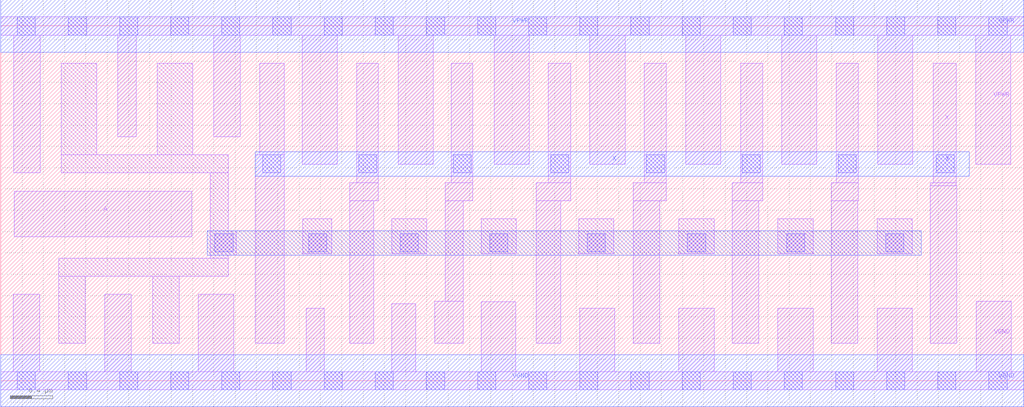
<source format=lef>
# Copyright 2020 The SkyWater PDK Authors
#
# Licensed under the Apache License, Version 2.0 (the "License");
# you may not use this file except in compliance with the License.
# You may obtain a copy of the License at
#
#     https://www.apache.org/licenses/LICENSE-2.0
#
# Unless required by applicable law or agreed to in writing, software
# distributed under the License is distributed on an "AS IS" BASIS,
# WITHOUT WARRANTIES OR CONDITIONS OF ANY KIND, either express or implied.
# See the License for the specific language governing permissions and
# limitations under the License.
#
# SPDX-License-Identifier: Apache-2.0

VERSION 5.7 ;
  NAMESCASESENSITIVE ON ;
  NOWIREEXTENSIONATPIN ON ;
  DIVIDERCHAR "/" ;
  BUSBITCHARS "[]" ;
UNITS
  DATABASE MICRONS 200 ;
END UNITS
MACRO sky130_fd_sc_ms__clkbuf_16
  CLASS CORE ;
  SOURCE USER ;
  FOREIGN sky130_fd_sc_ms__clkbuf_16 ;
  ORIGIN  0.000000  0.000000 ;
  SIZE  9.600000 BY  3.330000 ;
  SYMMETRY X Y ;
  SITE unit ;
  PIN A
    ANTENNAGATEAREA  1.058400 ;
    DIRECTION INPUT ;
    USE SIGNAL ;
    PORT
      LAYER li1 ;
        RECT 0.125000 1.350000 1.795000 1.780000 ;
    END
  END A
  PIN X
    ANTENNADIFFAREA  3.360000 ;
    DIRECTION OUTPUT ;
    USE SIGNAL ;
    PORT
      LAYER li1 ;
        RECT 2.390000 0.350000 2.660000 2.120000 ;
        RECT 2.430000 2.120000 2.660000 2.980000 ;
        RECT 3.275000 0.350000 3.500000 1.690000 ;
        RECT 3.275000 1.690000 3.545000 1.860000 ;
        RECT 3.340000 1.860000 3.545000 2.980000 ;
        RECT 4.075000 0.350000 4.340000 0.745000 ;
        RECT 4.170000 0.745000 4.340000 1.690000 ;
        RECT 4.170000 1.690000 4.430000 1.860000 ;
        RECT 4.230000 1.860000 4.430000 2.980000 ;
        RECT 5.025000 0.350000 5.255000 1.690000 ;
        RECT 5.025000 1.690000 5.350000 1.860000 ;
        RECT 5.140000 1.860000 5.350000 2.980000 ;
        RECT 5.935000 0.350000 6.185000 1.690000 ;
        RECT 5.935000 1.690000 6.245000 1.860000 ;
        RECT 6.040000 1.860000 6.245000 2.980000 ;
        RECT 6.865000 0.350000 7.115000 1.690000 ;
        RECT 6.865000 1.690000 7.150000 1.860000 ;
        RECT 6.945000 1.860000 7.150000 2.980000 ;
        RECT 7.795000 0.350000 8.045000 1.690000 ;
        RECT 7.795000 1.690000 8.050000 1.860000 ;
        RECT 7.840000 1.860000 8.050000 2.980000 ;
        RECT 8.725000 0.350000 8.975000 1.830000 ;
        RECT 8.725000 1.830000 8.970000 1.860000 ;
        RECT 8.750000 1.860000 8.970000 2.980000 ;
      LAYER mcon ;
        RECT 2.460000 1.950000 2.630000 2.120000 ;
        RECT 3.360000 1.950000 3.530000 2.120000 ;
        RECT 4.245000 1.950000 4.415000 2.120000 ;
        RECT 5.160000 1.950000 5.330000 2.120000 ;
        RECT 6.060000 1.950000 6.230000 2.120000 ;
        RECT 6.960000 1.950000 7.130000 2.120000 ;
        RECT 7.860000 1.950000 8.030000 2.120000 ;
        RECT 8.780000 1.950000 8.950000 2.120000 ;
      LAYER met1 ;
        RECT 2.390000 1.920000 9.090000 2.150000 ;
    END
  END X
  PIN VGND
    DIRECTION INOUT ;
    USE GROUND ;
    PORT
      LAYER li1 ;
        RECT 0.000000 -0.085000 9.600000 0.085000 ;
        RECT 0.115000  0.085000 0.365000 0.810000 ;
        RECT 0.975000  0.085000 1.225000 0.810000 ;
        RECT 1.855000  0.085000 2.185000 0.810000 ;
        RECT 2.865000  0.085000 3.035000 0.680000 ;
        RECT 3.670000  0.085000 3.895000 0.725000 ;
        RECT 4.510000  0.085000 4.835000 0.740000 ;
        RECT 5.435000  0.085000 5.765000 0.680000 ;
        RECT 6.365000  0.085000 6.695000 0.680000 ;
        RECT 7.295000  0.085000 7.625000 0.680000 ;
        RECT 8.225000  0.085000 8.555000 0.680000 ;
        RECT 9.155000  0.085000 9.485000 0.745000 ;
      LAYER mcon ;
        RECT 0.155000 -0.085000 0.325000 0.085000 ;
        RECT 0.635000 -0.085000 0.805000 0.085000 ;
        RECT 1.115000 -0.085000 1.285000 0.085000 ;
        RECT 1.595000 -0.085000 1.765000 0.085000 ;
        RECT 2.075000 -0.085000 2.245000 0.085000 ;
        RECT 2.555000 -0.085000 2.725000 0.085000 ;
        RECT 3.035000 -0.085000 3.205000 0.085000 ;
        RECT 3.515000 -0.085000 3.685000 0.085000 ;
        RECT 3.995000 -0.085000 4.165000 0.085000 ;
        RECT 4.475000 -0.085000 4.645000 0.085000 ;
        RECT 4.955000 -0.085000 5.125000 0.085000 ;
        RECT 5.435000 -0.085000 5.605000 0.085000 ;
        RECT 5.915000 -0.085000 6.085000 0.085000 ;
        RECT 6.395000 -0.085000 6.565000 0.085000 ;
        RECT 6.875000 -0.085000 7.045000 0.085000 ;
        RECT 7.355000 -0.085000 7.525000 0.085000 ;
        RECT 7.835000 -0.085000 8.005000 0.085000 ;
        RECT 8.315000 -0.085000 8.485000 0.085000 ;
        RECT 8.795000 -0.085000 8.965000 0.085000 ;
        RECT 9.275000 -0.085000 9.445000 0.085000 ;
      LAYER met1 ;
        RECT 0.000000 -0.245000 9.600000 0.245000 ;
    END
  END VGND
  PIN VPWR
    DIRECTION INOUT ;
    USE POWER ;
    PORT
      LAYER li1 ;
        RECT 0.000000 3.245000 9.600000 3.415000 ;
        RECT 0.120000 1.950000 0.370000 3.245000 ;
        RECT 1.100000 2.290000 1.270000 3.245000 ;
        RECT 2.000000 2.290000 2.250000 3.245000 ;
        RECT 2.830000 2.030000 3.160000 3.245000 ;
        RECT 3.730000 2.030000 4.060000 3.245000 ;
        RECT 4.630000 2.030000 4.960000 3.245000 ;
        RECT 5.530000 2.030000 5.860000 3.245000 ;
        RECT 6.430000 2.030000 6.760000 3.245000 ;
        RECT 7.330000 2.030000 7.660000 3.245000 ;
        RECT 8.230000 2.030000 8.560000 3.245000 ;
        RECT 9.150000 2.030000 9.480000 3.245000 ;
      LAYER mcon ;
        RECT 0.155000 3.245000 0.325000 3.415000 ;
        RECT 0.635000 3.245000 0.805000 3.415000 ;
        RECT 1.115000 3.245000 1.285000 3.415000 ;
        RECT 1.595000 3.245000 1.765000 3.415000 ;
        RECT 2.075000 3.245000 2.245000 3.415000 ;
        RECT 2.555000 3.245000 2.725000 3.415000 ;
        RECT 3.035000 3.245000 3.205000 3.415000 ;
        RECT 3.515000 3.245000 3.685000 3.415000 ;
        RECT 3.995000 3.245000 4.165000 3.415000 ;
        RECT 4.475000 3.245000 4.645000 3.415000 ;
        RECT 4.955000 3.245000 5.125000 3.415000 ;
        RECT 5.435000 3.245000 5.605000 3.415000 ;
        RECT 5.915000 3.245000 6.085000 3.415000 ;
        RECT 6.395000 3.245000 6.565000 3.415000 ;
        RECT 6.875000 3.245000 7.045000 3.415000 ;
        RECT 7.355000 3.245000 7.525000 3.415000 ;
        RECT 7.835000 3.245000 8.005000 3.415000 ;
        RECT 8.315000 3.245000 8.485000 3.415000 ;
        RECT 8.795000 3.245000 8.965000 3.415000 ;
        RECT 9.275000 3.245000 9.445000 3.415000 ;
      LAYER met1 ;
        RECT 0.000000 3.085000 9.600000 3.575000 ;
    END
  END VPWR
  OBS
    LAYER li1 ;
      RECT 0.545000 0.350000 0.795000 0.980000 ;
      RECT 0.545000 0.980000 2.135000 1.150000 ;
      RECT 0.570000 1.950000 2.135000 2.120000 ;
      RECT 0.570000 2.120000 0.900000 2.980000 ;
      RECT 1.425000 0.350000 1.675000 0.980000 ;
      RECT 1.470000 2.120000 1.800000 2.980000 ;
      RECT 1.965000 1.150000 2.135000 1.180000 ;
      RECT 1.965000 1.180000 2.210000 1.410000 ;
      RECT 1.965000 1.410000 2.135000 1.950000 ;
      RECT 2.835000 1.190000 3.105000 1.520000 ;
      RECT 3.670000 1.190000 4.000000 1.520000 ;
      RECT 4.510000 1.190000 4.840000 1.520000 ;
      RECT 5.425000 1.190000 5.755000 1.520000 ;
      RECT 6.365000 1.190000 6.695000 1.520000 ;
      RECT 7.295000 1.190000 7.625000 1.520000 ;
      RECT 8.225000 1.190000 8.555000 1.520000 ;
    LAYER mcon ;
      RECT 2.010000 1.210000 2.180000 1.380000 ;
      RECT 2.890000 1.210000 3.060000 1.380000 ;
      RECT 3.750000 1.210000 3.920000 1.380000 ;
      RECT 4.590000 1.210000 4.760000 1.380000 ;
      RECT 5.505000 1.210000 5.675000 1.380000 ;
      RECT 6.445000 1.210000 6.615000 1.380000 ;
      RECT 7.375000 1.210000 7.545000 1.380000 ;
      RECT 8.305000 1.210000 8.475000 1.380000 ;
    LAYER met1 ;
      RECT 1.940000 1.180000 8.640000 1.410000 ;
  END
END sky130_fd_sc_ms__clkbuf_16

</source>
